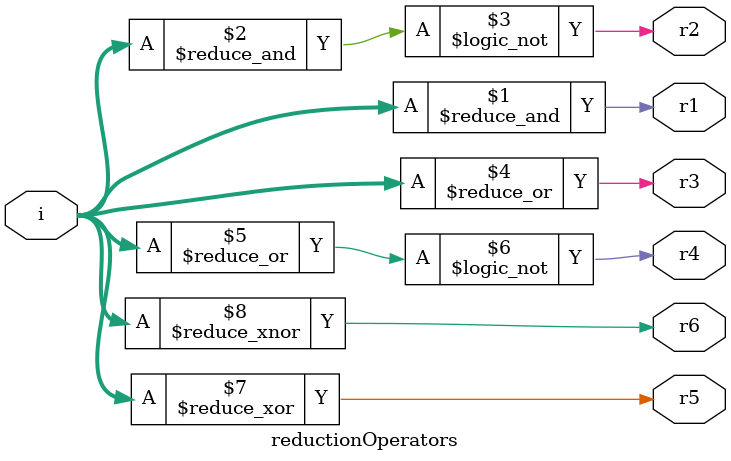
<source format=v>
module reductionOperators 
  (
   input [15:0] i, 
   output 	r1, r2, r3, r4, r5, r6
   );

   // 16 bits of i are ANDed together and set as the value
   // of r1
   assign r1 = &i; // r1 = i[0] & i[1] & i[2] ... & i[15]
   // Other reduction operator follows same logic
   assign r2 = ~&i; // r2 = i[0] ~& i[1] ~& i[2] ... ~& i[15]
   assign r3 =  |i; // r3 = i[0]  | i[1]  | i[2] ...  | i[15]
   assign r4 = ~|i; // r4 = i[0] ~| i[1] ~| i[2] ... ~| i[15]
   assign r5 =  ^i; // r5 = i[0]  ^ i[1]  ^ i[2] ...  ^ i[15]
   assign r6 = ~^i; // r6 = i[0] ~^ i[1] ~^ i[2] ... ~^ i[15]
endmodule // reductionOperators   
   

</source>
